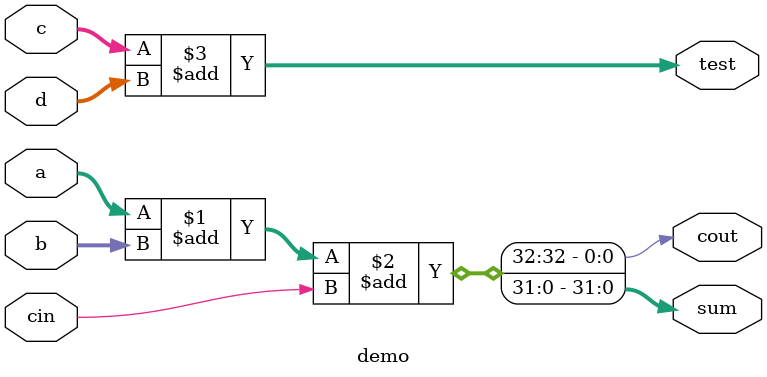
<source format=v>
module demo(cout, sum, a, b, c, d, cin, test);

    input  [15:0] a;
    input  [31:0] b;
    input  [ 7:0] c, d;
    input cin;
    output cout;
    output [31:0] sum;
    output [ 7:0] test;

    assign {cout,sum} = a + (* pptrees_alu, pptrees_base="ripple-carry" *) b + cin;

    assign test = c + (* pptrees_alu, pptrees_base="brent-kung" *) d;

endmodule

</source>
